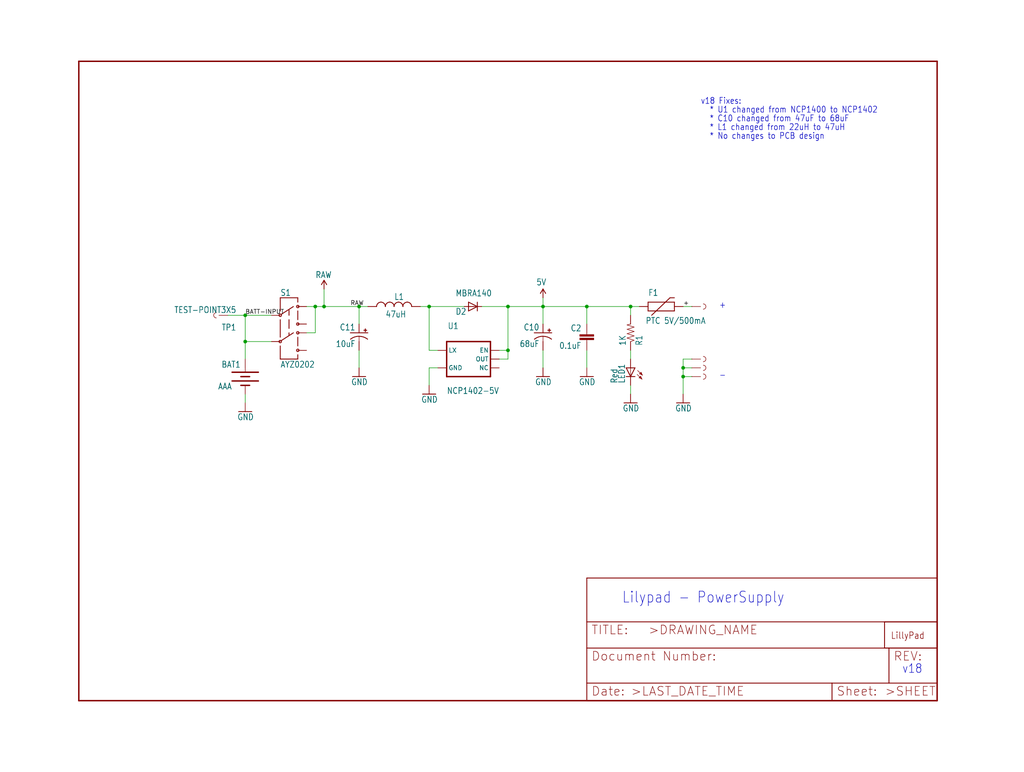
<source format=kicad_sch>
(kicad_sch (version 20211123) (generator eeschema)
  (paper "User" 297.002 223.926)
  (lib_symbols
    (symbol "eagleSchem-eagle-import:5V" (power)
      (property "Value" "5V" (at -1.016 3.556 0))
      (symbol "5V_1_0"
        (polyline (pts (xy 0 2.54) (xy -0.762 1.27)) (stroke (width 0.254)))
        (polyline (pts (xy 0.762 1.27) (xy 0 2.54)) (stroke (width 0.254)))
        (pin power_in line (at 0 0 90) (length 2.54) (name "5V") (number "1"))
      )
    )
    (symbol "eagleSchem-eagle-import:AYZ0202"
      (property "Value" "AYZ0202" (at -2.54 -12.7 0))
      (symbol "AYZ0202_1_0"
        (circle (center -2.54 -5.08) (radius 0.3592) (stroke (width 0.254)))
        (circle (center -2.54 2.54) (radius 0.3592) (stroke (width 0.254)))
        (polyline (pts (xy -2.54 -10.16) (xy 2.54 -10.16)) (stroke (width 0.254)))
        (polyline (pts (xy -2.54 -6.35) (xy -2.54 -10.16)) (stroke (width 0.254)))
        (polyline (pts (xy -2.54 1.27) (xy -2.54 -3.81)) (stroke (width 0.254)))
        (polyline (pts (xy -2.54 7.62) (xy -2.54 3.81)) (stroke (width 0.254)))
        (polyline (pts (xy -2.286 -4.826) (xy 1.27 -2.54)) (stroke (width 0.254)))
        (polyline (pts (xy 0 -2.54) (xy 0 -3.302)) (stroke (width 0.254)))
        (polyline (pts (xy 0 1.27) (xy 0 -1.27)) (stroke (width 0.254)))
        (polyline (pts (xy 0 4.064) (xy 0 2.54)) (stroke (width 0.254)))
        (polyline (pts (xy 1.27 5.08) (xy -2.286 2.794)) (stroke (width 0.254)))
        (polyline (pts (xy 2.54 -10.16) (xy 2.54 -8.89)) (stroke (width 0.254)))
        (polyline (pts (xy 2.54 -6.35) (xy 2.54 -3.81)) (stroke (width 0.254)))
        (polyline (pts (xy 2.54 3.81) (xy 2.54 1.27)) (stroke (width 0.254)))
        (polyline (pts (xy 2.54 6.35) (xy 2.54 7.62)) (stroke (width 0.254)))
        (polyline (pts (xy 2.54 7.62) (xy -2.54 7.62)) (stroke (width 0.254)))
        (circle (center 2.54 -7.62) (radius 0.3592) (stroke (width 0.254)))
        (circle (center 2.54 -2.54) (radius 0.3592) (stroke (width 0.254)))
        (circle (center 2.54 0) (radius 0.3592) (stroke (width 0.254)))
        (circle (center 2.54 5.08) (radius 0.3592) (stroke (width 0.254)))
        (pin bidirectional line (at 5.08 0 180) (length 2.54) (name "3") (number "1"))
        (pin bidirectional line (at -5.08 2.54 0) (length 2.54) (name "2") (number "2"))
        (pin bidirectional line (at 5.08 5.08 180) (length 2.54) (name "1") (number "3"))
        (pin bidirectional line (at 5.08 -7.62 180) (length 2.54) (name "6") (number "4"))
        (pin bidirectional line (at -5.08 -5.08 0) (length 2.54) (name "5") (number "5"))
        (pin bidirectional line (at 5.08 -2.54 180) (length 2.54) (name "4") (number "6"))
      )
    )
    (symbol "eagleSchem-eagle-import:BATTERYAAA"
      (property "Reference" "BAT" (at -3.81 5.08 0))
      (property "Value" "BATTERYAAA" (at -3.81 -6.35 0))
      (symbol "BATTERYAAA_1_0"
        (polyline (pts (xy -2.54 0) (xy -1.524 0)) (stroke (width 0.1524)))
        (polyline (pts (xy -1.27 3.81) (xy -1.27 -3.81)) (stroke (width 0.4064)))
        (polyline (pts (xy 0 1.27) (xy 0 -1.27)) (stroke (width 0.4064)))
        (polyline (pts (xy 1.27 3.81) (xy 1.27 -3.81)) (stroke (width 0.4064)))
        (polyline (pts (xy 2.54 1.27) (xy 2.54 -1.27)) (stroke (width 0.4064)))
        (pin power_in line (at 5.08 0 180) (length 2.54) (name "-") (number "GND@1"))
        (pin power_in line (at -5.08 0 0) (length 2.54) (name "+") (number "PWR@1"))
      )
    )
    (symbol "eagleSchem-eagle-import:CAP0603-CAP"
      (property "Reference" "C" (at 1.524 2.921 0))
      (property "Value" "CAP0603-CAP" (at 1.524 -2.159 0))
      (symbol "CAP0603-CAP_1_0"
        (rectangle (start -2.032 0.508) (end 2.032 1.016) (fill (type outline)))
        (rectangle (start -2.032 1.524) (end 2.032 2.032) (fill (type outline)))
        (polyline (pts (xy 0 0) (xy 0 0.508)) (stroke (width 0.1524)))
        (polyline (pts (xy 0 2.54) (xy 0 2.032)) (stroke (width 0.1524)))
        (pin passive line (at 0 5.08 270) (length 2.54) (name "1") (number "1"))
        (pin passive line (at 0 -2.54 90) (length 2.54) (name "2") (number "2"))
      )
    )
    (symbol "eagleSchem-eagle-import:CAP_POL1206"
      (property "Reference" "C" (at 1.016 0.635 0))
      (property "Value" "CAP_POL1206" (at 1.016 -4.191 0))
      (symbol "CAP_POL1206_1_0"
        (rectangle (start -2.253 0.668) (end -1.364 0.795) (fill (type outline)))
        (rectangle (start -1.872 0.287) (end -1.745 1.176) (fill (type outline)))
        (arc (start 0 -1.0161) (mid -1.3021 -1.2302) (end -2.4669 -1.8504) (stroke (width 0.254)))
        (polyline (pts (xy -2.54 0) (xy 2.54 0)) (stroke (width 0.254)))
        (polyline (pts (xy 0 -1.016) (xy 0 -2.54)) (stroke (width 0.1524)))
        (arc (start 2.4892 -1.8542) (mid 1.3158 -1.2195) (end 0 -1) (stroke (width 0.254)))
        (pin passive line (at 0 2.54 270) (length 2.54) (name "+") (number "A"))
        (pin passive line (at 0 -5.08 90) (length 2.54) (name "-") (number "C"))
      )
    )
    (symbol "eagleSchem-eagle-import:CAP_POL2"
      (property "Reference" "C" (at 1.016 0.635 0))
      (property "Value" "CAP_POL2" (at 1.016 -4.191 0))
      (symbol "CAP_POL2_1_0"
        (rectangle (start -2.253 0.668) (end -1.364 0.795) (fill (type outline)))
        (rectangle (start -1.872 0.287) (end -1.745 1.176) (fill (type outline)))
        (arc (start 0 -1.0161) (mid -1.3021 -1.2302) (end -2.4669 -1.8504) (stroke (width 0.254)))
        (polyline (pts (xy -2.54 0) (xy 2.54 0)) (stroke (width 0.254)))
        (polyline (pts (xy 0 -1.016) (xy 0 -2.54)) (stroke (width 0.1524)))
        (arc (start 2.4892 -1.8542) (mid 1.3158 -1.2195) (end 0 -1) (stroke (width 0.254)))
        (pin passive line (at 0 2.54 270) (length 2.54) (name "+") (number "A"))
        (pin passive line (at 0 -5.08 90) (length 2.54) (name "-") (number "C"))
      )
    )
    (symbol "eagleSchem-eagle-import:DIODESMA"
      (property "Reference" "D" (at 2.54 0.4826 0))
      (property "Value" "DIODESMA" (at 2.54 -2.3114 0))
      (symbol "DIODESMA_1_0"
        (polyline (pts (xy -1.27 -1.27) (xy 1.27 0)) (stroke (width 0.254)))
        (polyline (pts (xy -1.27 1.27) (xy -1.27 -1.27)) (stroke (width 0.254)))
        (polyline (pts (xy 1.27 0) (xy -1.27 1.27)) (stroke (width 0.254)))
        (polyline (pts (xy 1.27 0) (xy 1.27 -1.27)) (stroke (width 0.254)))
        (polyline (pts (xy 1.27 1.27) (xy 1.27 0)) (stroke (width 0.254)))
        (pin passive line (at -2.54 0 0) (length 2.54) (name "A") (number "A"))
        (pin passive line (at 2.54 0 180) (length 2.54) (name "C") (number "C"))
      )
    )
    (symbol "eagleSchem-eagle-import:GND" (power)
      (property "Value" "GND" (at -2.54 -2.54 0))
      (symbol "GND_1_0"
        (polyline (pts (xy -1.905 0) (xy 1.905 0)) (stroke (width 0.254)))
        (pin power_in line (at 0 2.54 270) (length 2.54) (name "GND") (number "1"))
      )
    )
    (symbol "eagleSchem-eagle-import:INDUCTORCR54"
      (property "Value" "INDUCTORCR54" (at 2.54 -6.35 0))
      (symbol "INDUCTORCR54_1_0"
        (arc (start 0 -5.08) (mid 0.898 -4.708) (end 1.27 -3.81) (stroke (width 0.254)))
        (arc (start 0 -2.54) (mid 0.898 -2.168) (end 1.27 -1.27) (stroke (width 0.254)))
        (arc (start 0 0) (mid 0.898 0.372) (end 1.27 1.27) (stroke (width 0.254)))
        (arc (start 0 2.54) (mid 0.898 2.912) (end 1.27 3.81) (stroke (width 0.254)))
        (arc (start 1.27 -3.81) (mid 0.898 -2.912) (end 0 -2.54) (stroke (width 0.254)))
        (arc (start 1.27 -1.27) (mid 0.898 -0.372) (end 0 0) (stroke (width 0.254)))
        (arc (start 1.27 1.27) (mid 0.898 2.168) (end 0 2.54) (stroke (width 0.254)))
        (arc (start 1.27 3.81) (mid 0.898 4.708) (end 0 5.08) (stroke (width 0.254)))
        (pin passive line (at 0 7.62 270) (length 2.54) (name "1") (number "P$1"))
        (pin passive line (at 0 -7.62 90) (length 2.54) (name "2") (number "P$2"))
      )
    )
    (symbol "eagleSchem-eagle-import:LED1206"
      (property "Reference" "LED" (at 3.556 -4.572 90))
      (property "Value" "LED1206" (at 5.715 -4.572 90))
      (symbol "LED1206_1_0"
        (polyline (pts (xy -2.032 -0.762) (xy -3.429 -2.159)) (stroke (width 0.1524)))
        (polyline (pts (xy -1.905 -1.905) (xy -3.302 -3.302)) (stroke (width 0.1524)))
        (polyline (pts (xy 0 -2.54) (xy -1.27 -2.54)) (stroke (width 0.254)))
        (polyline (pts (xy 0 -2.54) (xy -1.27 0)) (stroke (width 0.254)))
        (polyline (pts (xy 0 0) (xy -1.27 0)) (stroke (width 0.254)))
        (polyline (pts (xy 0 0) (xy 0 -2.54)) (stroke (width 0.1524)))
        (polyline (pts (xy 1.27 -2.54) (xy 0 -2.54)) (stroke (width 0.254)))
        (polyline (pts (xy 1.27 0) (xy 0 -2.54)) (stroke (width 0.254)))
        (polyline (pts (xy 1.27 0) (xy 0 0)) (stroke (width 0.254)))
        (polyline (pts (xy -3.429 -2.159) (xy -3.048 -1.27) (xy -2.54 -1.778)) (fill (type outline)))
        (polyline (pts (xy -3.302 -3.302) (xy -2.921 -2.413) (xy -2.413 -2.921)) (fill (type outline)))
        (pin passive line (at 0 2.54 270) (length 2.54) (name "A") (number "A"))
        (pin passive line (at 0 -5.08 90) (length 2.54) (name "C") (number "C"))
      )
    )
    (symbol "eagleSchem-eagle-import:LETTER_L"
      (symbol "LETTER_L_1_0"
        (polyline (pts (xy 0 0) (xy 248.92 0)) (stroke (width 0.4064)))
        (polyline (pts (xy 0 185.42) (xy 0 0)) (stroke (width 0.4064)))
        (polyline (pts (xy 0 185.42) (xy 248.92 185.42)) (stroke (width 0.4064)))
        (polyline (pts (xy 248.92 185.42) (xy 248.92 0)) (stroke (width 0.4064)))
      )
      (symbol "LETTER_L_2_0"
        (polyline (pts (xy 0 0) (xy 0 5.08)) (stroke (width 0.254)))
        (polyline (pts (xy 0 0) (xy 71.12 0)) (stroke (width 0.254)))
        (polyline (pts (xy 0 5.08) (xy 0 15.24)) (stroke (width 0.254)))
        (polyline (pts (xy 0 5.08) (xy 71.12 5.08)) (stroke (width 0.254)))
        (polyline (pts (xy 0 15.24) (xy 0 22.86)) (stroke (width 0.254)))
        (polyline (pts (xy 0 22.86) (xy 0 35.56)) (stroke (width 0.254)))
        (polyline (pts (xy 0 22.86) (xy 101.6 22.86)) (stroke (width 0.254)))
        (polyline (pts (xy 71.12 0) (xy 101.6 0)) (stroke (width 0.254)))
        (polyline (pts (xy 71.12 5.08) (xy 71.12 0)) (stroke (width 0.254)))
        (polyline (pts (xy 71.12 5.08) (xy 87.63 5.08)) (stroke (width 0.254)))
        (polyline (pts (xy 87.63 5.08) (xy 101.6 5.08)) (stroke (width 0.254)))
        (polyline (pts (xy 87.63 15.24) (xy 0 15.24)) (stroke (width 0.254)))
        (polyline (pts (xy 87.63 15.24) (xy 87.63 5.08)) (stroke (width 0.254)))
        (polyline (pts (xy 101.6 5.08) (xy 101.6 0)) (stroke (width 0.254)))
        (polyline (pts (xy 101.6 15.24) (xy 87.63 15.24)) (stroke (width 0.254)))
        (polyline (pts (xy 101.6 15.24) (xy 101.6 5.08)) (stroke (width 0.254)))
        (polyline (pts (xy 101.6 22.86) (xy 101.6 15.24)) (stroke (width 0.254)))
        (polyline (pts (xy 101.6 35.56) (xy 0 35.56)) (stroke (width 0.254)))
        (polyline (pts (xy 101.6 35.56) (xy 101.6 22.86)) (stroke (width 0.254)))
        (text ">DRAWING_NAME" (at 17.78 19.05 0) (effects (font (size 2.54 2.54)) (justify left bottom)))
        (text ">LAST_DATE_TIME" (at 12.7 1.27 0) (effects (font (size 2.54 2.54)) (justify left bottom)))
        (text ">SHEET" (at 86.36 1.27 0) (effects (font (size 2.54 2.54)) (justify left bottom)))
        (text "Date:" (at 1.27 1.27 0) (effects (font (size 2.54 2.54)) (justify left bottom)))
        (text "Document Number:" (at 1.27 11.43 0) (effects (font (size 2.54 2.54)) (justify left bottom)))
        (text "REV:" (at 88.9 11.43 0) (effects (font (size 2.54 2.54)) (justify left bottom)))
        (text "Sheet:" (at 72.39 1.27 0) (effects (font (size 2.54 2.54)) (justify left bottom)))
        (text "TITLE:" (at 1.27 19.05 0) (effects (font (size 2.54 2.54)) (justify left bottom)))
      )
    )
    (symbol "eagleSchem-eagle-import:LOGO-LPLP"
      (symbol "LOGO-LPLP_1_0"
        (polyline (pts (xy -2.54 -2.54) (xy 12.7 -2.54)) (stroke (width 0.254)))
        (polyline (pts (xy -2.54 5.08) (xy -2.54 -2.54)) (stroke (width 0.254)))
        (polyline (pts (xy 12.7 -2.54) (xy 12.7 5.08)) (stroke (width 0.254)))
        (polyline (pts (xy 12.7 5.08) (xy -2.54 5.08)) (stroke (width 0.254)))
        (text "LillyPad" (at -0.762 0 0) (effects (font (size 1.9304 1.6408)) (justify left bottom)))
      )
    )
    (symbol "eagleSchem-eagle-import:PTCSMD"
      (property "Reference" "F" (at -2.54 3.048 0))
      (property "Value" "PTCSMD" (at -3.302 -5.08 0))
      (symbol "PTCSMD_1_0"
        (polyline (pts (xy -2.54 -1.27) (xy -2.54 1.27)) (stroke (width 0.254)))
        (polyline (pts (xy -2.54 1.27) (xy 5.08 1.27)) (stroke (width 0.254)))
        (polyline (pts (xy -1.524 -2.54) (xy 3.81 2.54)) (stroke (width 0.254)))
        (polyline (pts (xy 3.81 2.54) (xy 5.08 2.54)) (stroke (width 0.254)))
        (polyline (pts (xy 5.08 -1.27) (xy -2.54 -1.27)) (stroke (width 0.254)))
        (polyline (pts (xy 5.08 1.27) (xy 5.08 -1.27)) (stroke (width 0.254)))
        (pin bidirectional line (at -5.08 0 0) (length 2.54) (name "1") (number "1"))
        (pin bidirectional line (at 7.62 0 180) (length 2.54) (name "2") (number "2"))
      )
    )
    (symbol "eagleSchem-eagle-import:RESISTOR0603-RES"
      (property "Reference" "R" (at -3.81 1.4986 0))
      (property "Value" "RESISTOR0603-RES" (at -3.81 -3.302 0))
      (symbol "RESISTOR0603-RES_1_0"
        (polyline (pts (xy -2.54 0) (xy -2.159 1.016)) (stroke (width 0.1524)))
        (polyline (pts (xy -2.159 1.016) (xy -1.524 -1.016)) (stroke (width 0.1524)))
        (polyline (pts (xy -1.524 -1.016) (xy -0.889 1.016)) (stroke (width 0.1524)))
        (polyline (pts (xy -0.889 1.016) (xy -0.254 -1.016)) (stroke (width 0.1524)))
        (polyline (pts (xy -0.254 -1.016) (xy 0.381 1.016)) (stroke (width 0.1524)))
        (polyline (pts (xy 0.381 1.016) (xy 1.016 -1.016)) (stroke (width 0.1524)))
        (polyline (pts (xy 1.016 -1.016) (xy 1.651 1.016)) (stroke (width 0.1524)))
        (polyline (pts (xy 1.651 1.016) (xy 2.286 -1.016)) (stroke (width 0.1524)))
        (polyline (pts (xy 2.286 -1.016) (xy 2.54 0)) (stroke (width 0.1524)))
        (pin passive line (at -5.08 0 0) (length 2.54) (name "1") (number "1"))
        (pin passive line (at 5.08 0 180) (length 2.54) (name "2") (number "2"))
      )
    )
    (symbol "eagleSchem-eagle-import:SEWTAP10"
      (symbol "SEWTAP10_1_0"
        (polyline (pts (xy 0 0) (xy -2.54 0)) (stroke (width 0.1524)))
        (arc (start 0.762 -0.762) (mid 1.524 0) (end 0.762 0.762) (stroke (width 0.1524)))
        (pin bidirectional line (at -2.54 0 180) (length 0) (name "1") (number "1"))
      )
    )
    (symbol "eagleSchem-eagle-import:TEST-POINT3X5"
      (property "Reference" "TP" (at -2.54 2.54 0))
      (property "Value" "TEST-POINT3X5" (at -2.54 -2.54 0))
      (symbol "TEST-POINT3X5_1_0"
        (polyline (pts (xy 2.54 0) (xy 0 0)) (stroke (width 0.1524)))
        (arc (start 3.302 -0.762) (mid 4.064 0) (end 3.302 0.762) (stroke (width 0.1524)))
        (pin bidirectional line (at 0 0 180) (length 0) (name "1") (number "P$1"))
      )
    )
    (symbol "eagleSchem-eagle-import:VCC" (power)
      (property "Value" "VCC" (at -1.016 3.556 0))
      (symbol "VCC_1_0"
        (polyline (pts (xy 0 2.54) (xy -0.762 1.27)) (stroke (width 0.254)))
        (polyline (pts (xy 0.762 1.27) (xy 0 2.54)) (stroke (width 0.254)))
        (pin power_in line (at 0 0 90) (length 2.54) (name "VCC") (number "1"))
      )
    )
    (symbol "eagleSchem-eagle-import:V_REG_NCP1400SOT23-5"
      (property "Reference" "IC" (at -5.08 6.604 0))
      (property "Value" "V_REG_NCP1400SOT23-5" (at -4.826 -8.382 0))
      (symbol "V_REG_NCP1400SOT23-5_1_0"
        (polyline (pts (xy -5.08 -5.08) (xy 7.62 -5.08)) (stroke (width 0.4064)))
        (polyline (pts (xy -5.08 5.08) (xy -5.08 -5.08)) (stroke (width 0.4064)))
        (polyline (pts (xy 7.62 -5.08) (xy 7.62 5.08)) (stroke (width 0.4064)))
        (polyline (pts (xy 7.62 5.08) (xy -5.08 5.08)) (stroke (width 0.4064)))
        (pin input line (at -7.62 2.54 0) (length 2.54) (name "EN") (number "1"))
        (pin passive line (at -7.62 0 0) (length 2.54) (name "OUT") (number "2"))
        (pin input line (at -7.62 -2.54 0) (length 2.54) (name "NC") (number "3"))
        (pin input line (at 10.16 -2.54 180) (length 2.54) (name "GND") (number "4"))
        (pin input line (at 10.16 2.54 180) (length 2.54) (name "LX") (number "5"))
      )
    )
  )
  (junction (at 198.12 109.22))
  (junction (at 170.18 88.9))
  (junction (at 71.12 99.06))
  (junction (at 124.46 88.9))
  (junction (at 157.48 88.9))
  (junction (at 182.88 88.9))
  (junction (at 147.32 101.6))
  (junction (at 104.14 88.9))
  (junction (at 198.12 106.68))
  (junction (at 91.44 88.9))
  (junction (at 71.12 91.44))
  (junction (at 147.32 88.9))
  (junction (at 93.98 88.9))
  (wire (pts (xy 147.32 101.6) (xy 147.32 88.9)))
  (wire (pts (xy 104.14 106.68) (xy 104.14 101.6)))
  (wire (pts (xy 200.66 104.14) (xy 198.12 104.14)))
  (wire (pts (xy 170.18 106.68) (xy 170.18 101.6)))
  (wire (pts (xy 182.88 114.3) (xy 182.88 111.76)))
  (wire (pts (xy 144.78 104.14) (xy 147.32 104.14)))
  (wire (pts (xy 106.68 88.9) (xy 104.14 88.9)))
  (wire (pts (xy 157.48 106.68) (xy 157.48 101.6)))
  (wire (pts (xy 198.12 88.9) (xy 200.66 88.9)))
  (wire (pts (xy 185.42 88.9) (xy 182.88 88.9)))
  (wire (pts (xy 198.12 104.14) (xy 198.12 106.68)))
  (wire (pts (xy 147.32 88.9) (xy 139.7 88.9)))
  (wire (pts (xy 170.18 88.9) (xy 170.18 93.98)))
  (wire (pts (xy 182.88 91.44) (xy 182.88 88.9)))
  (wire (pts (xy 91.44 96.52) (xy 91.44 88.9)))
  (wire (pts (xy 71.12 104.14) (xy 71.12 99.06)))
  (wire (pts (xy 104.14 88.9) (xy 104.14 93.98)))
  (wire (pts (xy 88.9 88.9) (xy 91.44 88.9)))
  (wire (pts (xy 124.46 88.9) (xy 134.62 88.9)))
  (wire (pts (xy 157.48 88.9) (xy 157.48 93.98)))
  (wire (pts (xy 147.32 104.14) (xy 147.32 101.6)))
  (wire (pts (xy 147.32 88.9) (xy 157.48 88.9)))
  (wire (pts (xy 124.46 88.9) (xy 121.92 88.9)))
  (wire (pts (xy 144.78 101.6) (xy 147.32 101.6)))
  (wire (pts (xy 157.48 88.9) (xy 170.18 88.9)))
  (wire (pts (xy 198.12 109.22) (xy 198.12 114.3)))
  (wire (pts (xy 93.98 88.9) (xy 93.98 83.82)))
  (wire (pts (xy 71.12 91.44) (xy 78.74 91.44)))
  (wire (pts (xy 104.14 88.9) (xy 93.98 88.9)))
  (wire (pts (xy 91.44 88.9) (xy 93.98 88.9)))
  (wire (pts (xy 78.74 99.06) (xy 71.12 99.06)))
  (wire (pts (xy 124.46 101.6) (xy 127 101.6)))
  (wire (pts (xy 182.88 104.14) (xy 182.88 101.6)))
  (wire (pts (xy 124.46 106.68) (xy 124.46 111.76)))
  (wire (pts (xy 71.12 116.84) (xy 71.12 114.3)))
  (wire (pts (xy 124.46 101.6) (xy 124.46 88.9)))
  (wire (pts (xy 127 106.68) (xy 124.46 106.68)))
  (wire (pts (xy 71.12 91.44) (xy 66.04 91.44)))
  (wire (pts (xy 88.9 96.52) (xy 91.44 96.52)))
  (wire (pts (xy 200.66 106.68) (xy 198.12 106.68)))
  (wire (pts (xy 71.12 99.06) (xy 71.12 91.44)))
  (wire (pts (xy 182.88 88.9) (xy 170.18 88.9)))
  (wire (pts (xy 157.48 86.36) (xy 157.48 88.9)))
  (wire (pts (xy 200.66 109.22) (xy 198.12 109.22)))
  (wire (pts (xy 198.12 106.68) (xy 198.12 109.22)))
  (text "v18" (at 261.62 195.58 180) (effects (font (size 2.54 2.159)) (justify left bottom)))
  (text "-" (at 208.534 109.982 180) (effects (font (size 1.778 1.5113)) (justify left bottom)))
  (text "* C10 changed from 47uF to 68uF" (at 205.74 35.56 180) (effects (font (size 1.778 1.5113)) (justify left bottom)))
  (text "v18 Fixes:" (at 203.2 30.48 180) (effects (font (size 1.778 1.5113)) (justify left bottom)))
  (text "* No changes to PCB design" (at 205.74 40.64 180) (effects (font (size 1.778 1.5113)) (justify left bottom)))
  (text "* L1 changed from 22uH to 47uH" (at 205.74 38.1 180) (effects (font (size 1.778 1.5113)) (justify left bottom)))
  (text "* U1 changed from NCP1400 to NCP1402" (at 205.74 33.02 180) (effects (font (size 1.778 1.5113)) (justify left bottom)))
  (text "+" (at 208.534 89.662 180) (effects (font (size 1.778 1.5113)) (justify left bottom)))
  (text "Lilypad - PowerSupply" (at 180.34 175.26 180) (effects (font (size 3.175 2.6987)) (justify left bottom)))
  (label "+" (at 198.12 88.9 0) (effects (font (size 1.2446 1.2446))))
  (label "RAW" (at 101.6 88.9 0) (effects (font (size 1.2446 1.2446))))
  (label "BATT-INPUT" (at 71.12 91.44 0) (effects (font (size 1.2446 1.2446))))
  (symbol (lib_id "eagleSchem-eagle-import:GND") (at 71.12 119.38 0) (mirror y) (unit 1)
    (property "Reference" "#GND8" (effects hide))
    (property "Value" "GND" (at 73.66 121.92 0) (effects (font (size 1.778 1.5113)) (justify left bottom)))
    (property "Footprint" "eagleSchem:" (effects hide))
  )
  (symbol (lib_id "eagleSchem-eagle-import:GND") (at 124.46 114.3 0) (mirror y) (unit 1)
    (property "Reference" "#GND2" (effects hide))
    (property "Value" "GND" (at 127 116.84 0) (effects (font (size 1.778 1.5113)) (justify left bottom)))
    (property "Footprint" "eagleSchem:" (effects hide))
  )
  (symbol (lib_id "eagleSchem-eagle-import:CAP0603-CAP") (at 170.18 99.06 0) (mirror y) (unit 1)
    (property "Reference" "C2" (at 168.656 96.139 0) (effects (font (size 1.778 1.5113)) (justify left bottom)))
    (property "Value" "0.1uF" (at 168.656 101.219 0) (effects (font (size 1.778 1.5113)) (justify left bottom)))
    (property "Footprint" "eagleSchem:0603-CAP" (effects hide))
  )
  (symbol (lib_id "eagleSchem-eagle-import:DIODESMA") (at 137.16 88.9 0) (mirror x) (unit 1)
    (property "Reference" "D2" (at 132.08 89.3826 0) (effects (font (size 1.778 1.5113)) (justify left bottom)))
    (property "Value" "MBRA140" (at 132.08 84.0486 0) (effects (font (size 1.778 1.5113)) (justify left bottom)))
    (property "Footprint" "eagleSchem:SMA-DIODE" (effects hide))
  )
  (symbol (lib_id "eagleSchem-eagle-import:VCC") (at 93.98 83.82 0) (mirror y) (unit 1)
    (property "Reference" "#RAW0" (effects hide))
    (property "Value" "RAW" (at 91.44 78.74 0) (effects (font (size 1.778 1.5113)) (justify right top)))
    (property "Footprint" "eagleSchem:" (effects hide))
  )
  (symbol (lib_id "eagleSchem-eagle-import:CAP_POL1206") (at 104.14 96.52 0) (mirror y) (unit 1)
    (property "Reference" "C11" (at 103.124 95.885 0) (effects (font (size 1.778 1.5113)) (justify left bottom)))
    (property "Value" "10uF" (at 103.124 100.711 0) (effects (font (size 1.778 1.5113)) (justify left bottom)))
    (property "Footprint" "eagleSchem:CPOL_1206" (effects hide))
  )
  (symbol (lib_id "eagleSchem-eagle-import:5V") (at 157.48 86.36 0) (mirror y) (unit 1)
    (property "Reference" "#U$3" (effects hide))
    (property "Value" "5V" (at 158.496 82.804 0) (effects (font (size 1.778 1.5113)) (justify left bottom)))
    (property "Footprint" "eagleSchem:" (effects hide))
  )
  (symbol (lib_id "eagleSchem-eagle-import:INDUCTORCR54") (at 114.3 88.9 270) (mirror x) (unit 1)
    (property "Reference" "L1" (at 114.3 85.09 90) (effects (font (size 1.778 1.5113)) (justify left bottom)))
    (property "Value" "47uH" (at 111.76 90.17 90) (effects (font (size 1.778 1.5113)) (justify left bottom)))
    (property "Footprint" "eagleSchem:CR54" (effects hide))
  )
  (symbol (lib_id "eagleSchem-eagle-import:V_REG_NCP1400SOT23-5") (at 137.16 104.14 0) (mirror y) (unit 1)
    (property "Reference" "U1" (at 129.794 95.504 0) (effects (font (size 1.778 1.5113)) (justify right bottom)))
    (property "Value" "NCP1402-5V" (at 129.54 114.3 0) (effects (font (size 1.778 1.5113)) (justify right bottom)))
    (property "Footprint" "eagleSchem:SOT23-5" (effects hide))
  )
  (symbol (lib_id "eagleSchem-eagle-import:GND") (at 198.12 116.84 0) (mirror y) (unit 1)
    (property "Reference" "#GND5" (effects hide))
    (property "Value" "GND" (at 200.66 119.38 0) (effects (font (size 1.778 1.5113)) (justify left bottom)))
    (property "Footprint" "eagleSchem:" (effects hide))
  )
  (symbol (lib_id "eagleSchem-eagle-import:GND") (at 104.14 109.22 0) (mirror y) (unit 1)
    (property "Reference" "#GND3" (effects hide))
    (property "Value" "GND" (at 106.68 111.76 0) (effects (font (size 1.778 1.5113)) (justify left bottom)))
    (property "Footprint" "eagleSchem:" (effects hide))
  )
  (symbol (lib_id "eagleSchem-eagle-import:SEWTAP10") (at 203.2 109.22 0) (mirror x) (unit 1)
    (property "Reference" "U$2" (effects hide))
    (property "Value" "SEWTAP10" (effects hide))
    (property "Footprint" "eagleSchem:PETAL-LONG-2-2SIDE" (effects hide))
  )
  (symbol (lib_id "eagleSchem-eagle-import:CAP_POL2") (at 157.48 96.52 0) (mirror y) (unit 1)
    (property "Reference" "C10" (at 156.464 95.885 0) (effects (font (size 1.778 1.5113)) (justify left bottom)))
    (property "Value" "68uF" (at 156.464 100.711 0) (effects (font (size 1.778 1.5113)) (justify left bottom)))
    (property "Footprint" "eagleSchem:EIA3528-21" (effects hide))
  )
  (symbol (lib_id "eagleSchem-eagle-import:TEST-POINT3X5") (at 66.04 91.44 180) (unit 1)
    (property "Reference" "TP1" (at 68.58 93.98 0) (effects (font (size 1.778 1.5113)) (justify left bottom)))
    (property "Value" "TEST-POINT3X5" (at 68.58 88.9 0) (effects (font (size 1.778 1.5113)) (justify left bottom)))
    (property "Footprint" "eagleSchem:PAD.03X.05" (effects hide))
  )
  (symbol (lib_id "eagleSchem-eagle-import:SEWTAP10") (at 203.2 104.14 0) (mirror x) (unit 1)
    (property "Reference" "U$4" (effects hide))
    (property "Value" "SEWTAP10" (effects hide))
    (property "Footprint" "eagleSchem:PETAL-LONG-2-2SIDE" (effects hide))
  )
  (symbol (lib_id "eagleSchem-eagle-import:LOGO-LPLP") (at 259.08 185.42 0) (unit 1)
    (property "Reference" "U$7" (effects hide))
    (property "Value" "LOGO-LPLP" (effects hide))
    (property "Footprint" "eagleSchem:LOGO-LILYPAD" (effects hide))
  )
  (symbol (lib_id "eagleSchem-eagle-import:RESISTOR0603-RES") (at 182.88 96.52 270) (mirror x) (unit 1)
    (property "Reference" "R1" (at 184.3786 100.33 0) (effects (font (size 1.778 1.5113)) (justify left bottom)))
    (property "Value" "1K" (at 179.578 100.33 0) (effects (font (size 1.778 1.5113)) (justify left bottom)))
    (property "Footprint" "eagleSchem:0603-RES" (effects hide))
  )
  (symbol (lib_id "eagleSchem-eagle-import:LETTER_L") (at 22.86 203.2 0) (unit 1)
    (property "Reference" "#FRAME1" (effects hide))
    (property "Value" "LETTER_L" (effects hide))
    (property "Footprint" "eagleSchem:" (effects hide))
  )
  (symbol (lib_id "eagleSchem-eagle-import:GND") (at 182.88 116.84 0) (mirror y) (unit 1)
    (property "Reference" "#GND1" (effects hide))
    (property "Value" "GND" (at 185.42 119.38 0) (effects (font (size 1.778 1.5113)) (justify left bottom)))
    (property "Footprint" "eagleSchem:" (effects hide))
  )
  (symbol (lib_id "eagleSchem-eagle-import:GND") (at 157.48 109.22 0) (mirror y) (unit 1)
    (property "Reference" "#GND12" (effects hide))
    (property "Value" "GND" (at 160.02 111.76 0) (effects (font (size 1.778 1.5113)) (justify left bottom)))
    (property "Footprint" "eagleSchem:" (effects hide))
  )
  (symbol (lib_id "eagleSchem-eagle-import:PTCSMD") (at 190.5 88.9 0) (unit 1)
    (property "Reference" "F1" (at 187.96 85.852 0) (effects (font (size 1.778 1.5113)) (justify left bottom)))
    (property "Value" "PTC 5V/500mA" (at 187.198 93.98 0) (effects (font (size 1.778 1.5113)) (justify left bottom)))
    (property "Footprint" "eagleSchem:PTC-1206" (effects hide))
  )
  (symbol (lib_id "eagleSchem-eagle-import:SEWTAP10") (at 203.2 88.9 0) (mirror x) (unit 1)
    (property "Reference" "U$1" (effects hide))
    (property "Value" "SEWTAP10" (effects hide))
    (property "Footprint" "eagleSchem:PETAL-LONG-2-2SIDE" (effects hide))
  )
  (symbol (lib_id "eagleSchem-eagle-import:BATTERYAAA") (at 71.12 109.22 90) (mirror x) (unit 1)
    (property "Reference" "BAT1" (at 69.85 106.68 90) (effects (font (size 1.778 1.5113)) (justify left bottom)))
    (property "Value" "AAA" (at 67.31 113.03 90) (effects (font (size 1.778 1.5113)) (justify left bottom)))
    (property "Footprint" "eagleSchem:BATTERY-AAA" (effects hide))
  )
  (symbol (lib_id "eagleSchem-eagle-import:GND") (at 170.18 109.22 0) (mirror y) (unit 1)
    (property "Reference" "#GND7" (effects hide))
    (property "Value" "GND" (at 172.72 111.76 0) (effects (font (size 1.778 1.5113)) (justify left bottom)))
    (property "Footprint" "eagleSchem:" (effects hide))
  )
  (symbol (lib_id "eagleSchem-eagle-import:AYZ0202") (at 83.82 93.98 0) (unit 1)
    (property "Reference" "S1" (at 81.28 85.852 0) (effects (font (size 1.778 1.5113)) (justify left bottom)))
    (property "Value" "AYZ0202" (at 81.28 106.68 0) (effects (font (size 1.778 1.5113)) (justify left bottom)))
    (property "Footprint" "eagleSchem:AYZ0202" (effects hide))
  )
  (symbol (lib_id "eagleSchem-eagle-import:LED1206") (at 182.88 106.68 0) (mirror y) (unit 1)
    (property "Reference" "LED1" (at 179.324 111.252 90) (effects (font (size 1.778 1.5113)) (justify left bottom)))
    (property "Value" "Red" (at 177.165 111.252 90) (effects (font (size 1.778 1.5113)) (justify left bottom)))
    (property "Footprint" "eagleSchem:LED-1206" (effects hide))
  )
  (symbol (lib_id "eagleSchem-eagle-import:LETTER_L") (at 170.18 203.2 0) (unit 2)
    (property "Reference" "#FRAME1" (effects hide))
    (property "Value" "LETTER_L" (effects hide))
    (property "Footprint" "eagleSchem:" (effects hide))
  )
  (symbol (lib_id "eagleSchem-eagle-import:SEWTAP10") (at 203.2 106.68 0) (mirror x) (unit 1)
    (property "Reference" "U$5" (effects hide))
    (property "Value" "SEWTAP10" (effects hide))
    (property "Footprint" "eagleSchem:PETAL-LONG-2-2SIDE" (effects hide))
  )
)
</source>
